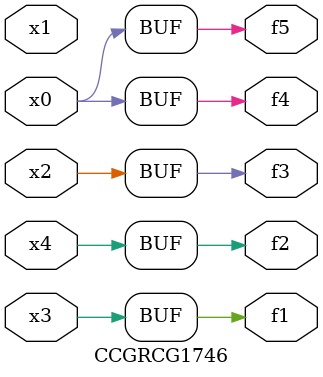
<source format=v>
module CCGRCG1746(
	input x0, x1, x2, x3, x4,
	output f1, f2, f3, f4, f5
);
	assign f1 = x3;
	assign f2 = x4;
	assign f3 = x2;
	assign f4 = x0;
	assign f5 = x0;
endmodule

</source>
